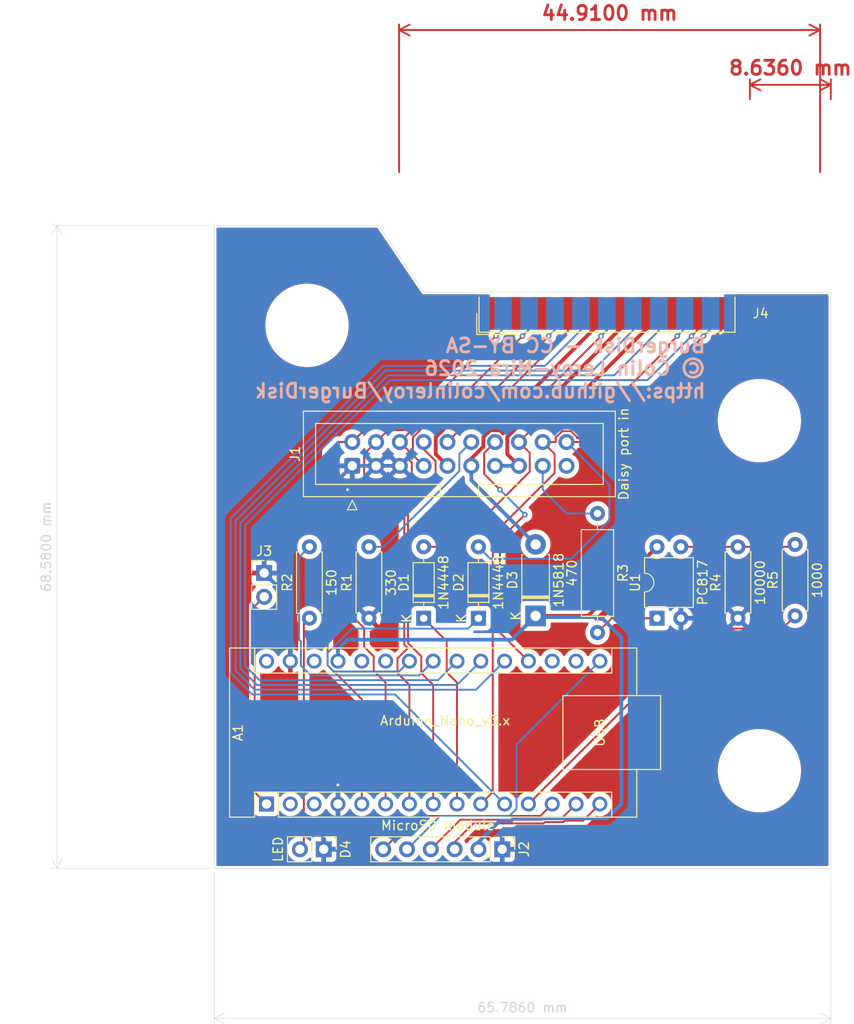
<source format=kicad_pcb>
(kicad_pcb (version 20241229) (generator "pcbnew") (generator_version "9.0")
  (layers (0 "F.Cu" signal) (2 "B.Cu" signal) (13 "F.Paste" user) (15 "B.Paste" user) (5 "F.SilkS" user "F.Silkscreen") (7 "B.SilkS" user "B.Silkscreen") (1 "F.Mask" user) (3 "B.Mask" user) (25 "Edge.Cuts" user))
  (net 0 "")
  (net 1 "TX")
  (net 2 "GND")
  (net 3 "PH0")
  (net 4 "PH1")
  (net 5 "PH2")
  (net 6 "PH3_in")
  (net 7 "RDDATA_in")
  (net 8 "WRDATA")
  (net 9 "PH3_out")
  (net 10 "DRV2_burgerDisk")
  (net 11 "CS")
  (net 12 "MOSI")
  (net 13 "MISO")
  (net 14 "SCK")
  (net 15 "DRV1_in")
  (net 16 "HDSEL_out")
  (net 17 "DRV1_out")
  (net 18 "DRV2_out")
  (net 19 "WRPROT_in")
  (net 20 "5V_burgerDisk")
  (net 21 "RDDATA_out")
  (net 22 "WRPROT_out")
  (net 23 "5V_apple2")
  (net 24 "EN3.5")
  (net 25 "-12V")
  (net 26 "+12V")
  (net 27 "DRV2_in")
  (net 28 "WREQ")
  (net 38 "Net-(R3-Pad2)")
  (net 39 "Net-(R4-Pad2)")
  (net 40 "HDSEL_in")
  (net 41 "Net-(D4-A)")
  (net 42 "Net-(A1-A4)")
  (footprint "DSUB-19-soldertype:DSUB-19_Female_EdgeMount_Pitch2.77mm" (layer "F.Cu") (at 140.716 52.578 180)
    (property "Reference" "J4" (at -16.393333 0 180) (layer "F.SilkS"))
    (property "Value" "Daisy port out")
    (pad "1" smd rect (at 12.47 0 180) (size 1.846667 3.48) (layers "F.Cu" "F.Mask" "F.Paste") (net 2 "GND"))
    (pad "2" smd rect (at 9.7 0 180) (size 1.846667 3.48) (layers "F.Cu" "F.Mask" "F.Paste") (net 2 "GND"))
    (pad "3" smd rect (at 6.93 0 180) (size 1.846667 3.48) (layers "F.Cu" "F.Mask" "F.Paste") (net 2 "GND"))
    (pad "4" smd rect (at 4.16 0 180) (size 1.846667 3.48) (layers "F.Cu" "F.Mask" "F.Paste") (net 24 "EN3.5"))
    (pad "5" smd rect (at 1.39 0 180) (size 1.846667 3.48) (layers "F.Cu" "F.Mask" "F.Paste") (net 25 "-12V"))
    (pad "6" smd rect (at -1.38 0 180) (size 1.846667 3.48) (layers "F.Cu" "F.Mask" "F.Paste") (net 23 "5V_apple2"))
    (pad "7" smd rect (at -4.15 0 180) (size 1.846667 3.48) (layers "F.Cu" "F.Mask" "F.Paste") (net 26 "+12V"))
    (pad "8" smd rect (at -6.92 0 180) (size 1.846667 3.48) (layers "F.Cu" "F.Mask" "F.Paste") (net 26 "+12V"))
    (pad "9" smd rect (at -9.69 0 180) (size 1.846667 3.48) (layers "F.Cu" "F.Mask" "F.Paste") (net 18 "DRV2_out"))
    (pad "10" smd rect (at -12.46 0 180) (size 1.846667 3.48) (layers "F.Cu" "F.Mask" "F.Paste") (net 22 "WRPROT_out"))
    (pad "11" smd rect (at 11.085 0 180) (size 1.846667 3.48) (layers "B.Cu" "B.Mask" "B.Paste") (net 3 "PH0"))
    (pad "12" smd rect (at 8.315 0 180) (size 1.846667 3.48) (layers "B.Cu" "B.Mask" "B.Paste") (net 4 "PH1"))
    (pad "13" smd rect (at 5.545 0 180) (size 1.846667 3.48) (layers "B.Cu" "B.Mask" "B.Paste") (net 5 "PH2"))
    (pad "14" smd rect (at 2.775 0 180) (size 1.846667 3.48) (layers "B.Cu" "B.Mask" "B.Paste") (net 9 "PH3_out"))
    (pad "15" smd rect (at 0.005 0 180) (size 1.846667 3.48) (layers "B.Cu" "B.Mask" "B.Paste") (net 28 "WREQ"))
    (pad "16" smd rect (at -2.765 0 180) (size 1.846667 3.48) (layers "B.Cu" "B.Mask" "B.Paste") (net 16 "HDSEL_out"))
    (pad "17" smd rect (at -5.535 0 180) (size 1.846667 3.48) (layers "B.Cu" "B.Mask" "B.Paste") (net 17 "DRV1_out"))
    (pad "18" smd rect (at -8.305 0 180) (size 1.846667 3.48) (layers "B.Cu" "B.Mask" "B.Paste") (net 21 "RDDATA_out"))
    (pad "19" smd rect (at -11.075 0 180) (size 1.846667 3.48) (layers "B.Cu" "B.Mask" "B.Paste") (net 8 "WRDATA"))
  )
  (footprint "Diode_THT:D_DO-41_SOD81_P7.62mm_Horizontal" (layer "F.Cu") (at 133.096 84.836 90)
    (property "Reference" "D3" (at 3.81 -2.47 90) (layer "F.SilkS"))
    (property "Value" "1N5818" (at 3.81 2.47 90) (layer "F.SilkS"))
    (fp_text user "K" (at 0 -2.1 90) (layer "F.SilkS"))
    (pad "1" thru_hole rect (at 0 0 90) (size 2.2 2.2) (drill 1.1) (layers "*.Cu" "*.Mask") (net 20 "5V_burgerDisk"))
    (pad "2" thru_hole oval (at 7.62 0 90) (size 2.2 2.2) (drill 1.1) (layers "*.Cu" "*.Mask") (net 23 "5V_apple2"))
  )
  (footprint "Package_DIP:DIP-4_W7.62mm" (layer "F.Cu") (at 146.05 85.09 90)
    (property "Reference" "U1" (at 3.81 -2.33 90) (layer "F.SilkS"))
    (property "Value" "PC817" (at 3.81 4.87 90) (layer "F.SilkS"))
    (pad "1" thru_hole rect (at 0 0 90) (size 1.6 1.6) (drill 0.8) (layers "*.Cu" "*.Mask") (net 38 "Net-(R3-Pad2)"))
    (pad "2" thru_hole oval (at 0 2.54 90) (size 1.6 1.6) (drill 0.8) (layers "*.Cu" "*.Mask") (net 2 "GND"))
    (pad "3" thru_hole oval (at 7.62 2.54 90) (size 1.6 1.6) (drill 0.8) (layers "*.Cu" "*.Mask") (net 39 "Net-(R4-Pad2)"))
    (pad "4" thru_hole oval (at 7.62 0 90) (size 1.6 1.6) (drill 0.8) (layers "*.Cu" "*.Mask") (net 20 "5V_burgerDisk"))
  )
  (footprint "Resistor_THT:R_Axial_DIN0207_L6.3mm_D2.5mm_P7.62mm_Horizontal" (layer "F.Cu") (at 115.316 85.09 90)
    (property "Reference" "R1" (at 3.81 -2.37 90) (layer "F.SilkS"))
    (property "Value" "330" (at 3.81 2.37 90) (layer "F.SilkS"))
    (pad "1" thru_hole circle (at 0 0 90) (size 1.6 1.6) (drill 0.8) (layers "*.Cu" "*.Mask") (net 2 "GND"))
    (pad "2" thru_hole oval (at 7.62 0 90) (size 1.6 1.6) (drill 0.8) (layers "*.Cu" "*.Mask") (net 40 "HDSEL_in"))
  )
  (footprint "Connector_PinHeader_2.54mm:PinHeader_1x02_P2.54mm_Vertical" (layer "F.Cu") (at 110.495 109.728 -90)
    (property "Reference" "D4" (at 0 -2.33 90) (layer "F.SilkS"))
    (property "Value" "LED" (at 0 4.87 90) (layer "F.SilkS"))
    (pad "1" thru_hole rect (at 0 0 270) (size 1.7 1.7) (drill 1) (layers "*.Cu" "*.Mask") (net 2 "GND"))
    (pad "2" thru_hole oval (at 0 2.54 270) (size 1.7 1.7) (drill 1) (layers "*.Cu" "*.Mask") (net 41 "Net-(D4-A)"))
  )
  (footprint "MountingHole:MountingHole_8.4mm_M8" (layer "F.Cu") (at 156.972 64.008)
    (property "Reference" "REF**")
    (property "Value" "MountingHole_8.4mm_M8")
    (pad "" np_thru_hole circle (at 0 0) (size 8.4 8.4) (drill 8.4) (layers "*.Cu" "*.Mask"))
  )
  (footprint "Connector_PinHeader_2.54mm:PinHeader_1x02_P2.54mm_Vertical" (layer "F.Cu") (at 104.14 80.264)
    (property "Reference" "J3" (at 0 -2.33 0) (layer "F.SilkS"))
    (property "Value" "UART")
    (pad "1" thru_hole rect (at 0 0) (size 1.7 1.7) (drill 1) (layers "*.Cu" "*.Mask") (net 2 "GND"))
    (pad "2" thru_hole oval (at 0 2.54) (size 1.7 1.7) (drill 1) (layers "*.Cu" "*.Mask") (net 1 "TX"))
  )
  (footprint "MountingHole:MountingHole_8.4mm_M8" (layer "F.Cu") (at 108.712 53.848)
    (property "Reference" "REF**")
    (property "Value" "MountingHole_8.4mm_M8")
    (pad "" np_thru_hole circle (at 0 0) (size 8.4 8.4) (drill 8.4) (layers "*.Cu" "*.Mask"))
  )
  (footprint "Resistor_THT:R_Axial_DIN0309_L9.0mm_D3.2mm_P12.70mm_Horizontal" (layer "F.Cu") (at 139.7 73.914 -90)
    (property "Reference" "R3" (at 6.35 -2.72 90) (layer "F.SilkS"))
    (property "Value" "470" (at 6.35 2.72 90) (layer "F.SilkS"))
    (pad "1" thru_hole circle (at 0 0 270) (size 1.6 1.6) (drill 0.8) (layers "*.Cu" "*.Mask") (net 27 "DRV2_in"))
    (pad "2" thru_hole oval (at 12.7 0 270) (size 1.6 1.6) (drill 0.8) (layers "*.Cu" "*.Mask") (net 38 "Net-(R3-Pad2)"))
  )
  (footprint "Resistor_THT:R_Axial_DIN0207_L6.3mm_D2.5mm_P7.62mm_Horizontal" (layer "F.Cu") (at 154.686 85.09 90)
    (property "Reference" "R4" (at 3.81 -2.37 90) (layer "F.SilkS"))
    (property "Value" "10000" (at 3.81 2.37 90) (layer "F.SilkS"))
    (pad "1" thru_hole circle (at 0 0 90) (size 1.6 1.6) (drill 0.8) (layers "*.Cu" "*.Mask") (net 2 "GND"))
    (pad "2" thru_hole oval (at 7.62 0 90) (size 1.6 1.6) (drill 0.8) (layers "*.Cu" "*.Mask") (net 39 "Net-(R4-Pad2)"))
  )
  (footprint "Module:Arduino_Nano" (layer "F.Cu") (at 104.394 104.902 90)
    (property "Reference" "A1" (at 7.62 -3.048 90) (layer "F.SilkS"))
    (property "Value" "Arduino_Nano_v3.x" (at 8.89 19.05 0) (layer "F.SilkS"))
    (fp_text user "USB" (at 7.62 35.56 90) (layer "F.SilkS"))
    (pad "1" thru_hole rect (at 0 0 90) (size 1.6 1.6) (drill 1) (layers "*.Cu" "*.Mask") (net 1 "TX"))
    (pad "2" thru_hole oval (at 0 2.54 90) (size 1.6 1.6) (drill 1) (layers "*.Cu" "*.Mask"))
    (pad "3" thru_hole oval (at 0 5.08 90) (size 1.6 1.6) (drill 1) (layers "*.Cu" "*.Mask"))
    (pad "4" thru_hole oval (at 0 7.62 90) (size 1.6 1.6) (drill 1) (layers "*.Cu" "*.Mask") (net 2 "GND"))
    (pad "5" thru_hole oval (at 0 10.16 90) (size 1.6 1.6) (drill 1) (layers "*.Cu" "*.Mask") (net 3 "PH0"))
    (pad "6" thru_hole oval (at 0 12.7 90) (size 1.6 1.6) (drill 1) (layers "*.Cu" "*.Mask") (net 4 "PH1"))
    (pad "7" thru_hole oval (at 0 15.24 90) (size 1.6 1.6) (drill 1) (layers "*.Cu" "*.Mask") (net 5 "PH2"))
    (pad "8" thru_hole oval (at 0 17.78 90) (size 1.6 1.6) (drill 1) (layers "*.Cu" "*.Mask") (net 6 "PH3_in"))
    (pad "9" thru_hole oval (at 0 20.32 90) (size 1.6 1.6) (drill 1) (layers "*.Cu" "*.Mask") (net 7 "RDDATA_in"))
    (pad "10" thru_hole oval (at 0 22.86 90) (size 1.6 1.6) (drill 1) (layers "*.Cu" "*.Mask") (net 8 "WRDATA"))
    (pad "11" thru_hole oval (at 0 25.4 90) (size 1.6 1.6) (drill 1) (layers "*.Cu" "*.Mask") (net 9 "PH3_out"))
    (pad "12" thru_hole oval (at 0 27.94 90) (size 1.6 1.6) (drill 1) (layers "*.Cu" "*.Mask") (net 10 "DRV2_burgerDisk"))
    (pad "13" thru_hole oval (at 0 30.48 90) (size 1.6 1.6) (drill 1) (layers "*.Cu" "*.Mask") (net 11 "CS"))
    (pad "14" thru_hole oval (at 0 33.02 90) (size 1.6 1.6) (drill 1) (layers "*.Cu" "*.Mask") (net 12 "MOSI"))
    (pad "15" thru_hole oval (at 0 35.56 90) (size 1.6 1.6) (drill 1) (layers "*.Cu" "*.Mask") (net 13 "MISO"))
    (pad "16" thru_hole oval (at 15.24 35.56 90) (size 1.6 1.6) (drill 1) (layers "*.Cu" "*.Mask") (net 14 "SCK"))
    (pad "17" thru_hole oval (at 15.24 33.02 90) (size 1.6 1.6) (drill 1) (layers "*.Cu" "*.Mask"))
    (pad "18" thru_hole oval (at 15.24 30.48 90) (size 1.6 1.6) (drill 1) (layers "*.Cu" "*.Mask"))
    (pad "19" thru_hole oval (at 15.24 27.94 90) (size 1.6 1.6) (drill 1) (layers "*.Cu" "*.Mask") (net 15 "DRV1_in"))
    (pad "20" thru_hole oval (at 15.24 25.4 90) (size 1.6 1.6) (drill 1) (layers "*.Cu" "*.Mask") (net 16 "HDSEL_out"))
    (pad "21" thru_hole oval (at 15.24 22.86 90) (size 1.6 1.6) (drill 1) (layers "*.Cu" "*.Mask") (net 17 "DRV1_out"))
    (pad "22" thru_hole oval (at 15.24 20.32 90) (size 1.6 1.6) (drill 1) (layers "*.Cu" "*.Mask") (net 18 "DRV2_out"))
    (pad "23" thru_hole oval (at 15.24 17.78 90) (size 1.6 1.6) (drill 1) (layers "*.Cu" "*.Mask") (net 42 "Net-(A1-A4)"))
    (pad "24" thru_hole oval (at 15.24 15.24 90) (size 1.6 1.6) (drill 1) (layers "*.Cu" "*.Mask") (net 19 "WRPROT_in"))
    (pad "25" thru_hole oval (at 15.24 12.7 90) (size 1.6 1.6) (drill 1) (layers "*.Cu" "*.Mask"))
    (pad "26" thru_hole oval (at 15.24 10.16 90) (size 1.6 1.6) (drill 1) (layers "*.Cu" "*.Mask"))
    (pad "27" thru_hole oval (at 15.24 7.62 90) (size 1.6 1.6) (drill 1) (layers "*.Cu" "*.Mask") (net 20 "5V_burgerDisk"))
    (pad "28" thru_hole oval (at 15.24 5.08 90) (size 1.6 1.6) (drill 1) (layers "*.Cu" "*.Mask"))
    (pad "29" thru_hole oval (at 15.24 2.54 90) (size 1.6 1.6) (drill 1) (layers "*.Cu" "*.Mask") (net 2 "GND"))
    (pad "30" thru_hole oval (at 15.24 0 90) (size 1.6 1.6) (drill 1) (layers "*.Cu" "*.Mask"))
  )
  (footprint "Connector_IDC:IDC-Header_2x10_P2.54mm_Vertical" (layer "F.Cu") (at 113.538 68.834 90)
    (property "Reference" "J1" (at 1.27 -6.1 90) (layer "F.SilkS"))
    (property "Value" "Daisy port in" (at 1.27 28.96 90) (layer "F.SilkS"))
    (pad "1" thru_hole roundrect (at 0 0 90) (size 1.7 1.7) (drill 1) (layers "*.Cu" "*.Mask") (roundrect_rratio 0.1470588235) (net 2 "GND"))
    (pad "2" thru_hole circle (at 2.54 0 90) (size 1.7 1.7) (drill 1) (layers "*.Cu" "*.Mask") (net 3 "PH0"))
    (pad "3" thru_hole circle (at 0 2.54 90) (size 1.7 1.7) (drill 1) (layers "*.Cu" "*.Mask") (net 2 "GND"))
    (pad "4" thru_hole circle (at 2.54 2.54 90) (size 1.7 1.7) (drill 1) (layers "*.Cu" "*.Mask") (net 4 "PH1"))
    (pad "5" thru_hole circle (at 0 5.08 90) (size 1.7 1.7) (drill 1) (layers "*.Cu" "*.Mask") (net 2 "GND"))
    (pad "6" thru_hole circle (at 2.54 5.08 90) (size 1.7 1.7) (drill 1) (layers "*.Cu" "*.Mask") (net 5 "PH2"))
    (pad "7" thru_hole circle (at 0 7.62 90) (size 1.7 1.7) (drill 1) (layers "*.Cu" "*.Mask") (net 24 "EN3.5"))
    (pad "8" thru_hole circle (at 2.54 7.62 90) (size 1.7 1.7) (drill 1) (layers "*.Cu" "*.Mask") (net 6 "PH3_in"))
    (pad "9" thru_hole circle (at 0 10.16 90) (size 1.7 1.7) (drill 1) (layers "*.Cu" "*.Mask") (net 25 "-12V"))
    (pad "10" thru_hole circle (at 2.54 10.16 90) (size 1.7 1.7) (drill 1) (layers "*.Cu" "*.Mask") (net 28 "WREQ"))
    (pad "11" thru_hole circle (at 0 12.7 90) (size 1.7 1.7) (drill 1) (layers "*.Cu" "*.Mask") (net 23 "5V_apple2"))
    (pad "12" thru_hole circle (at 2.54 12.7 90) (size 1.7 1.7) (drill 1) (layers "*.Cu" "*.Mask") (net 40 "HDSEL_in"))
    (pad "13" thru_hole circle (at 0 15.24 90) (size 1.7 1.7) (drill 1) (layers "*.Cu" "*.Mask") (net 26 "+12V"))
    (pad "14" thru_hole circle (at 2.54 15.24 90) (size 1.7 1.7) (drill 1) (layers "*.Cu" "*.Mask") (net 15 "DRV1_in"))
    (pad "15" thru_hole circle (at 0 17.78 90) (size 1.7 1.7) (drill 1) (layers "*.Cu" "*.Mask") (net 26 "+12V"))
    (pad "16" thru_hole circle (at 2.54 17.78 90) (size 1.7 1.7) (drill 1) (layers "*.Cu" "*.Mask") (net 21 "RDDATA_out"))
    (pad "17" thru_hole circle (at 0 20.32 90) (size 1.7 1.7) (drill 1) (layers "*.Cu" "*.Mask") (net 27 "DRV2_in"))
    (pad "18" thru_hole circle (at 2.54 20.32 90) (size 1.7 1.7) (drill 1) (layers "*.Cu" "*.Mask") (net 8 "WRDATA"))
    (pad "19" thru_hole circle (at 0 22.86 90) (size 1.7 1.7) (drill 1) (layers "*.Cu" "*.Mask"))
    (pad "20" thru_hole circle (at 2.54 22.86 90) (size 1.7 1.7) (drill 1) (layers "*.Cu" "*.Mask") (net 22 "WRPROT_out"))
  )
  (footprint "Connector_PinHeader_2.54mm:PinHeader_1x06_P2.54mm_Vertical" (layer "F.Cu") (at 129.54 109.728 -90)
    (property "Reference" "J2" (at 0 -2.33 270) (layer "F.SilkS"))
    (property "Value" "MicroSD module" (at -2.54 6.858 0) (layer "F.SilkS"))
    (pad "1" thru_hole rect (at 0 0 270) (size 1.7 1.7) (drill 1) (layers "*.Cu" "*.Mask") (net 2 "GND"))
    (pad "2" thru_hole oval (at 0 2.54 270) (size 1.7 1.7) (drill 1) (layers "*.Cu" "*.Mask") (net 20 "5V_burgerDisk"))
    (pad "3" thru_hole oval (at 0 5.08 270) (size 1.7 1.7) (drill 1) (layers "*.Cu" "*.Mask") (net 13 "MISO"))
    (pad "4" thru_hole oval (at 0 7.62 270) (size 1.7 1.7) (drill 1) (layers "*.Cu" "*.Mask") (net 12 "MOSI"))
    (pad "5" thru_hole oval (at 0 10.16 270) (size 1.7 1.7) (drill 1) (layers "*.Cu" "*.Mask") (net 14 "SCK"))
    (pad "6" thru_hole oval (at 0 12.7 270) (size 1.7 1.7) (drill 1) (layers "*.Cu" "*.Mask") (net 11 "CS"))
  )
  (footprint "Diode_THT:D_DO-35_SOD27_P7.62mm_Horizontal" (layer "F.Cu") (at 127 85.09 90)
    (property "Reference" "D2" (at 3.81 -2.12 90) (layer "F.SilkS"))
    (property "Value" "1N4448" (at 3.81 2.12 90) (layer "F.SilkS"))
    (fp_text user "K" (at 0 -1.8 90) (layer "F.SilkS"))
    (pad "1" thru_hole rect (at 0 0 90) (size 1.6 1.6) (drill 0.8) (layers "*.Cu" "*.Mask") (net 19 "WRPROT_in"))
    (pad "2" thru_hole oval (at 7.62 0 90) (size 1.6 1.6) (drill 0.8) (layers "*.Cu" "*.Mask") (net 22 "WRPROT_out"))
  )
  (footprint "Resistor_THT:R_Axial_DIN0207_L6.3mm_D2.5mm_P7.62mm_Horizontal" (layer "F.Cu") (at 108.966 85.09 90)
    (property "Reference" "R2" (at 3.81 -2.37 90) (layer "F.SilkS"))
    (property "Value" "150" (at 3.81 2.37 90) (layer "F.SilkS"))
    (pad "1" thru_hole circle (at 0 0 90) (size 1.6 1.6) (drill 0.8) (layers "*.Cu" "*.Mask") (net 41 "Net-(D4-A)"))
    (pad "2" thru_hole oval (at 7.62 0 90) (size 1.6 1.6) (drill 0.8) (layers "*.Cu" "*.Mask") (net 42 "Net-(A1-A4)"))
  )
  (footprint "MountingHole:MountingHole_8.4mm_M8" (layer "F.Cu") (at 156.972 101.346)
    (property "Reference" "REF**")
    (property "Value" "MountingHole_8.4mm_M8")
    (pad "" np_thru_hole circle (at 0 0) (size 8.4 8.4) (drill 8.4) (layers "*.Cu" "*.Mask"))
  )
  (footprint "Resistor_THT:R_Axial_DIN0207_L6.3mm_D2.5mm_P7.62mm_Horizontal" (layer "F.Cu") (at 160.782 84.836 90)
    (property "Reference" "R5" (at 3.81 -2.37 90) (layer "F.SilkS"))
    (property "Value" "1000" (at 3.81 2.37 90) (layer "F.SilkS"))
    (pad "1" thru_hole circle (at 0 0 90) (size 1.6 1.6) (drill 0.8) (layers "*.Cu" "*.Mask") (net 10 "DRV2_burgerDisk"))
    (pad "2" thru_hole oval (at 7.62 0 90) (size 1.6 1.6) (drill 0.8) (layers "*.Cu" "*.Mask") (net 39 "Net-(R4-Pad2)"))
  )
  (footprint "Diode_THT:D_DO-35_SOD27_P7.62mm_Horizontal" (layer "F.Cu") (at 121.158 85.09 90)
    (property "Reference" "D1" (at 3.81 -2.12 90) (layer "F.SilkS"))
    (property "Value" "1N4448" (at 3.81 2.12 90) (layer "F.SilkS"))
    (fp_text user "K" (at 0 -1.8 90) (layer "F.SilkS"))
    (pad "1" thru_hole rect (at 0 0 90) (size 1.6 1.6) (drill 0.8) (layers "*.Cu" "*.Mask") (net 7 "RDDATA_in"))
    (pad "2" thru_hole oval (at 7.62 0 90) (size 1.6 1.6) (drill 0.8) (layers "*.Cu" "*.Mask") (net 21 "RDDATA_out"))
  )
  (gr_poly (pts (xy 98.806 43.18) (xy 116.332 43.18) (xy 121.158 50.292) (xy 164.592 50.292) (xy 164.592 111.76) (xy 98.806 111.76)) (stroke (width 0.05)) (fill no) (layer "Edge.Cuts"))
  (gr_text "BurgerDisk - CC BY-SA\n© Colin Leroy-Mira 2026\nhttps://github.com/colinleroy/BurgerDisk" (at 151.384 61.722 0) (layer "B.SilkS") (effects (font (size 1.5 1.5) (thickness 0.3) (bold yes)) (justify left bottom mirror)))
  (dimension (type aligned) (layer "F.Cu") (pts (xy 118.534 38) (xy 163.444 38)) (height -15.648) (format (prefix "") (suffix "") (units 3) (units_format 1) (precision 4)) (style (thickness 0.2) (arrow_length 1.27) (text_position_mode 0) (arrow_direction outward) (extension_height 0.58642) (extension_offset 0.5) (keep_text_aligned yes)) (gr_text "44,9100 mm" (at 140.989 20.552 0) (layer "F.Cu") (effects (font (size 1.5 1.5) (thickness 0.3)))))
  (dimension (type aligned) (layer "F.Cu") (pts (xy 155.956 30.226) (xy 164.592 30.226)) (height -2.032) (format (prefix "") (suffix "") (units 3) (units_format 1) (precision 4)) (style (thickness 0.2) (arrow_length 1.27) (text_position_mode 0) (arrow_direction outward) (extension_height 0.58642) (extension_offset 0.5) (keep_text_aligned yes)) (gr_text "8,6360 mm" (at 160.274 26.394 0) (layer "F.Cu") (effects (font (size 1.5 1.5) (thickness 0.3)))))
  (dimension (type orthogonal) (layer "Edge.Cuts") (pts (xy 98.806 111.76) (xy 164.592 111.76)) (height 16.002) (orientation 0) (format (prefix "") (suffix "") (units 3) (units_format 1) (precision 4)) (style (thickness 0.05) (arrow_length 1.27) (text_position_mode 0) (arrow_direction outward) (extension_height 0.58642) (extension_offset 0.5) (keep_text_aligned yes)) (gr_text "65,7860 mm" (at 131.699 126.612 0) (layer "Edge.Cuts") (effects (font (size 1 1) (thickness 0.15)))))
  (dimension (type orthogonal) (layer "Edge.Cuts") (pts (xy 98.806 111.76) (xy 98.806 43.18)) (height -16.764) (orientation 1) (format (prefix "") (suffix "") (units 3) (units_format 1) (precision 4)) (style (thickness 0.05) (arrow_length 1.27) (text_position_mode 0) (arrow_direction outward) (extension_height 0.58642) (extension_offset 0.5) (keep_text_aligned yes)) (gr_text "68,5800 mm" (at 80.892 77.47 90) (layer "Edge.Cuts") (effects (font (size 1 1) (thickness 0.15)))))
  (segment (start 103.124 103.632) (end 104.394 104.902) (width 0.2) (layer "F.Cu") (net 1))
  (segment (start 103.124 83.82) (end 103.124 103.632) (width 0.2) (layer "F.Cu") (net 1))
  (segment (start 104.14 82.804) (end 103.124 83.82) (width 0.2) (layer "F.Cu") (net 1))
  (segment (start 128.246 52.578) (end 131.016 52.578) (width 0.4) (layer "F.Cu") (net 2))
  (segment (start 131.016 52.578) (end 133.786 52.578) (width 0.4) (layer "F.Cu") (net 2))
  (via (at 113.03 71.374) (size 0.6) (drill 0.3) (layers "F.Cu" "B.Cu") (net 2))
  (via (at 112.014 102.87) (size 0.6) (drill 0.3) (layers "F.Cu" "B.Cu") (net 2))
  (segment (start 113.538 68.834) (end 104.14 78.232) (width 0.4) (layer "B.Cu") (net 2))
  (segment (start 116.078 68.834) (end 113.538 68.834) (width 0.4) (layer "B.Cu") (net 2))
  (segment (start 104.14 78.232) (end 104.14 80.264) (width 0.4) (layer "B.Cu") (net 2))
  (segment (start 118.618 68.834) (end 116.078 68.834) (width 0.4) (layer "B.Cu") (net 2))
  (segment (start 106.934 83.058) (end 106.934 89.662) (width 0.4) (layer "B.Cu") (net 2))
  (segment (start 104.14 80.264) (end 106.934 83.058) (width 0.4) (layer "B.Cu") (net 2))
  (segment (start 117.0349 64.77) (end 115.062 64.77) (width 0.2) (layer "F.Cu") (net 3))
  (segment (start 121.706 62.19) (end 121.5878 62.19) (width 0.2) (layer "F.Cu") (net 3))
  (segment (start 114.554 93.726) (end 111.591 90.763) (width 0.2) (layer "F.Cu") (net 3))
  (segment (start 114.554 104.902) (end 114.554 93.726) (width 0.2) (layer "F.Cu") (net 3))
  (segment (start 119.1548 64.623) (end 117.1819 64.623) (width 0.2) (layer "F.Cu") (net 3))
  (segment (start 117.1819 64.623) (end 117.0349 64.77) (width 0.2) (layer "F.Cu") (net 3))
  (segment (start 115.062 64.77) (end 113.538 66.294) (width 0.2) (layer "F.Cu") (net 3))
  (segment (start 111.55795 90.763) (end 110.913 90.11805) (width 0.2) (layer "F.Cu") (net 3))
  (segment (start 112.014 66.294) (end 113.538 66.294) (width 0.2) (layer "F.Cu") (net 3))
  (segment (start 110.913 67.395) (end 112.014 66.294) (width 0.2) (layer "F.Cu") (net 3))
  (segment (start 110.913 90.11805) (end 110.913 67.395) (width 0.2) (layer "F.Cu") (net 3))
  (segment (start 121.5878 62.19) (end 119.1548 64.623) (width 0.2) (layer "F.Cu") (net 3))
  (segment (start 127.297265 56.55547) (end 127.297265 56.598735) (width 0.2) (layer "F.Cu") (net 3))
  (segment (start 128.883367 54.969367) (end 127.297265 56.55547) (width 0.2) (layer "F.Cu") (net 3))
  (segment (start 111.591 90.763) (end 111.55795 90.763) (width 0.2) (layer "F.Cu") (net 3))
  (segment (start 127.297265 56.598735) (end 121.706 62.19) (width 0.2) (layer "F.Cu") (net 3))
  (via (at 128.883367 54.969367) (size 0.6) (drill 0.3) (layers "F.Cu" "B.Cu") (net 3))
  (segment (start 128.883367 54.969367) (end 129.631 54.221735) (width 0.2) (layer "B.Cu") (net 3))
  (segment (start 129.631 54.221735) (end 129.631 52.578) (width 0.2) (layer "B.Cu") (net 3))
  (segment (start 117.348 65.024) (end 116.078 66.294) (width 0.2) (layer "F.Cu") (net 4))
  (segment (start 121.7539 62.591) (end 119.3209 65.024) (width 0.2) (layer "F.Cu") (net 4))
  (segment (start 114.808 67.564) (end 116.078 66.294) (width 0.2) (layer "F.Cu") (net 4))
  (segment (start 119.3209 65.024) (end 117.348 65.024) (width 0.2) (layer "F.Cu") (net 4))
  (segment (start 117.094 104.902) (end 117.094 91.948) (width 0.2) (layer "F.Cu") (net 4))
  (segment (start 131.699 54.991) (end 124.099 62.591) (width 0.2) (layer "F.Cu") (net 4))
  (segment (start 117.094 91.948) (end 115.824 90.678) (width 0.2) (layer "F.Cu") (net 4))
  (segment (start 114.808 72.898) (end 114.808 67.564) (width 0.2) (layer "F.Cu") (net 4))
  (segment (start 115.824 90.678) (end 115.824 89.154) (width 0.2) (layer "F.Cu") (net 4))
  (segment (start 113.792 73.914) (end 114.808 72.898) (width 0.2) (layer "F.Cu") (net 4))
  (segment (start 113.792 85.12305) (end 113.792 73.914) (width 0.2) (layer "F.Cu") (net 4))
  (segment (start 114.808 88.138) (end 114.808 86.13905) (width 0.2) (layer "F.Cu") (net 4))
  (segment (start 114.808 86.13905) (end 113.792 85.12305) (width 0.2) (layer "F.Cu") (net 4))
  (segment (start 115.824 89.154) (end 114.808 88.138) (width 0.2) (layer "F.Cu") (net 4))
  (segment (start 124.099 62.591) (end 121.7539 62.591) (width 0.2) (layer "F.Cu") (net 4))
  (via (at 131.699 54.991) (size 0.6) (drill 0.3) (layers "F.Cu" "B.Cu") (net 4))
  (segment (start 131.699 54.991) (end 132.401 54.289) (width 0.2) (layer "B.Cu") (net 4))
  (segment (start 132.401 54.289) (end 132.401 52.578) (width 0.2) (layer "B.Cu") (net 4))
  (segment (start 119.460925 88.278025) (end 119.086 87.9031) (width 0.2) (layer "F.Cu") (net 5))
  (segment (start 119.888 68.47624) (end 119.634 68.22224) (width 0.2) (layer "F.Cu") (net 5))
  (segment (start 119.086 87.9031) (end 119.086 72.6249) (width 0.2) (layer "F.Cu") (net 5))
  (segment (start 119.086 72.6249) (end 119.888 71.8229) (width 0.2) (layer "F.Cu") (net 5))
  (segment (start 118.364 90.932) (end 118.364 89.37495) (width 0.2) (layer "F.Cu") (net 5))
  (segment (start 126.492 62.992) (end 121.92 62.992) (width 0.2) (layer "F.Cu") (net 5))
  (segment (start 134.493 54.991) (end 126.492 62.992) (width 0.2) (layer "F.Cu") (net 5))
  (segment (start 119.634 104.902) (end 119.634 92.202) (width 0.2) (layer "F.Cu") (net 5))
  (segment (start 119.634 92.202) (end 118.364 90.932) (width 0.2) (layer "F.Cu") (net 5))
  (segment (start 119.634 68.22224) (end 119.634 67.8771) (width 0.2) (layer "F.Cu") (net 5))
  (segment (start 118.364 89.37495) (end 119.460925 88.278025) (width 0.2) (layer "F.Cu") (net 5))
  (segment (start 119.888 71.8229) (end 119.888 68.47624) (width 0.2) (layer "F.Cu") (net 5))
  (segment (start 119.634 67.8771) (end 119.606 67.8491) (width 0.2) (layer "F.Cu") (net 5))
  (segment (start 121.92 62.992) (end 118.618 66.294) (width 0.2) (layer "F.Cu") (net 5))
  (segment (start 119.606 67.282) (end 118.618 66.294) (width 0.2) (layer "F.Cu") (net 5))
  (segment (start 119.606 67.8491) (end 119.606 67.282) (width 0.2) (layer "F.Cu") (net 5))
  (via (at 134.493 54.991) (size 0.6) (drill 0.3) (layers "F.Cu" "B.Cu") (net 5))
  (segment (start 135.171 54.313) (end 135.171 52.578) (width 0.2) (layer "B.Cu") (net 5))
  (segment (start 134.493 54.991) (end 135.171 54.313) (width 0.2) (layer "B.Cu") (net 5))
  (segment (start 119.487 87.737) (end 119.487 72.791) (width 0.2) (layer "F.Cu") (net 6))
  (segment (start 122.174 104.902) (end 122.174 92.202) (width 0.2) (layer "F.Cu") (net 6))
  (segment (start 121.158 67.056) (end 121.158 66.294) (width 0.2) (layer "F.Cu") (net 6))
  (segment (start 122.174 92.202) (end 120.904 90.932) (width 0.2) (layer "F.Cu") (net 6))
  (segment (start 122.428 68.326) (end 121.158 67.056) (width 0.2) (layer "F.Cu") (net 6))
  (segment (start 120.904 90.932) (end 120.904 89.154) (width 0.2) (layer "F.Cu") (net 6))
  (segment (start 119.487 72.791) (end 122.428 69.85) (width 0.2) (layer "F.Cu") (net 6))
  (segment (start 122.428 69.85) (end 122.428 68.326) (width 0.2) (layer "F.Cu") (net 6))
  (segment (start 120.904 89.154) (end 119.487 87.737) (width 0.2) (layer "F.Cu") (net 6))
  (segment (start 123.613 90.847) (end 123.613 87.545) (width 0.2) (layer "F.Cu") (net 7))
  (segment (start 124.714 104.902) (end 124.714 91.948) (width 0.2) (layer "F.Cu") (net 7))
  (segment (start 124.714 91.948) (end 123.613 90.847) (width 0.2) (layer "F.Cu") (net 7))
  (segment (start 123.613 87.545) (end 121.158 85.09) (width 0.2) (layer "F.Cu") (net 7))
  (segment (start 128.524 76.2) (end 135.128 69.596) (width 0.2) (layer "F.Cu") (net 8))
  (segment (start 136.87476 65.143) (end 135.92124 65.143) (width 0.2) (layer "F.Cu") (net 8))
  (segment (start 135.247 66.294) (end 133.858 66.294) (width 0.2) (layer "F.Cu") (net 8))
  (segment (start 127.254 104.902) (end 128.524 103.632) (width 0.2) (layer "F.Cu") (net 8))
  (segment (start 151.003 54.991) (end 140.101 65.893) (width 0.2) (layer "F.Cu") (net 8))
  (segment (start 128.524 103.632) (end 128.524 76.2) (width 0.2) (layer "F.Cu") (net 8))
  (segment (start 137.549 65.893) (end 137.549 65.81724) (width 0.2) (layer "F.Cu") (net 8))
  (segment (start 137.549 65.81724) (end 136.87476 65.143) (width 0.2) (layer "F.Cu") (net 8))
  (segment (start 135.92124 65.143) (end 135.247 65.81724) (width 0.2) (layer "F.Cu") (net 8))
  (segment (start 135.128 69.596) (end 135.128 67.564) (width 0.2) (layer "F.Cu") (net 8))
  (segment (start 135.128 67.564) (end 133.858 66.294) (width 0.2) (layer "F.Cu") (net 8))
  (segment (start 135.247 65.81724) (end 135.247 66.294) (width 0.2) (layer "F.Cu") (net 8))
  (segment (start 140.101 65.893) (end 137.549 65.893) (width 0.2) (layer "F.Cu") (net 8))
  (via (at 151.003 54.991) (size 0.6) (drill 0.3) (layers "F.Cu" "B.Cu") (net 8))
  (segment (start 151.791 54.203) (end 151.791 52.578) (width 0.2) (layer "B.Cu") (net 8))
  (segment (start 151.003 54.991) (end 151.791 54.203) (width 0.2) (layer "B.Cu") (net 8))
  (segment (start 137.941 52.578) (end 137.941 54.337) (width 0.2) (layer "B.Cu") (net 9))
  (segment (start 118.11 93.218) (end 129.794 104.902) (width 0.2) (layer "B.Cu") (net 9))
  (segment (start 102.87 93.218) (end 118.11 93.218) (width 0.2) (layer "B.Cu") (net 9))
  (segment (start 100.584 90.932) (end 102.87 93.218) (width 0.2) (layer "B.Cu") (net 9))
  (segment (start 134.112 58.166) (end 116.84 58.166) (width 0.2) (layer "B.Cu") (net 9))
  (segment (start 137.941 54.337) (end 134.112 58.166) (width 0.2) (layer "B.Cu") (net 9))
  (segment (start 116.84 58.166) (end 100.584 74.422) (width 0.2) (layer "B.Cu") (net 9))
  (segment (start 100.584 74.422) (end 100.584 90.932) (width 0.2) (layer "B.Cu") (net 9))
  (segment (start 151.045 86.191) (end 159.427 86.191) (width 0.2) (layer "F.Cu") (net 10))
  (segment (start 159.427 86.191) (end 160.782 84.836) (width 0.2) (layer "F.Cu") (net 10))
  (segment (start 132.334 104.902) (end 151.045 86.191) (width 0.2) (layer "F.Cu") (net 10))
  (segment (start 120.396 106.172) (end 133.604 106.172) (width 0.2) (layer "F.Cu") (net 11))
  (segment (start 133.604 106.172) (end 134.874 104.902) (width 0.2) (layer "F.Cu") (net 11))
  (segment (start 116.84 109.728) (end 120.396 106.172) (width 0.2) (layer "F.Cu") (net 11))
  (segment (start 133.7701 106.573) (end 133.9171 106.426) (width 0.2) (layer "F.Cu") (net 12))
  (segment (start 125.075 106.573) (end 133.7701 106.573) (width 0.2) (layer "F.Cu") (net 12))
  (segment (start 121.92 109.728) (end 125.075 106.573) (width 0.2) (layer "F.Cu") (net 12))
  (segment (start 135.89 106.426) (end 137.414 104.902) (width 0.2) (layer "F.Cu") (net 12))
  (segment (start 133.9171 106.426) (end 135.89 106.426) (width 0.2) (layer "F.Cu") (net 12))
  (segment (start 124.46 108.966) (end 126.452 106.974) (width 0.2) (layer "F.Cu") (net 13))
  (segment (start 133.9362 106.974) (end 134.0832 106.827) (width 0.2) (layer "F.Cu") (net 13))
  (segment (start 136.2031 106.68) (end 138.176 106.68) (width 0.2) (layer "F.Cu") (net 13))
  (segment (start 124.46 109.728) (end 124.46 108.966) (width 0.2) (layer "F.Cu") (net 13))
  (segment (start 136.0561 106.827) (end 136.2031 106.68) (width 0.2) (layer "F.Cu") (net 13))
  (segment (start 126.452 106.974) (end 133.9362 106.974) (width 0.2) (layer "F.Cu") (net 13))
  (segment (start 134.0832 106.827) (end 136.0561 106.827) (width 0.2) (layer "F.Cu") (net 13))
  (segment (start 138.176 106.68) (end 139.954 104.902) (width 0.2) (layer "F.Cu") (net 13))
  (segment (start 139.954 89.662) (end 131.064 98.552) (width 0.2) (layer "B.Cu") (net 14))
  (segment (start 131.064 98.552) (end 131.064 105.418263) (width 0.2) (layer "B.Cu") (net 14))
  (segment (start 130.310263 106.172) (end 122.936 106.172) (width 0.2) (layer "B.Cu") (net 14))
  (segment (start 131.064 105.418263) (end 130.310263 106.172) (width 0.2) (layer "B.Cu") (net 14))
  (segment (start 122.936 106.172) (end 119.38 109.728) (width 0.2) (layer "B.Cu") (net 14))
  (segment (start 129.286 71.374) (end 127.60545 69.69345) (width 0.2) (layer "F.Cu") (net 15))
  (segment (start 129.286 86.614) (end 132.334 89.662) (width 0.2) (layer "F.Cu") (net 15))
  (segment (start 127.60545 67.46655) (end 128.778 66.294) (width 0.2) (layer "F.Cu") (net 15))
  (segment (start 129.286 76.708) (end 129.286 86.614) (width 0.2) (layer "F.Cu") (net 15))
  (segment (start 127.60545 69.69345) (end 127.60545 67.46655) (width 0.2) (layer "F.Cu") (net 15))
  (segment (start 131.953 74.041) (end 129.286 76.708) (width 0.2) (layer "F.Cu") (net 15))
  (via (at 129.286 71.374) (size 0.6) (drill 0.3) (layers "F.Cu" "B.Cu") (net 15))
  (via (at 131.953 74.041) (size 0.6) (drill 0.3) (layers "F.Cu" "B.Cu") (net 15))
  (segment (start 129.286 71.374) (end 131.953 74.041) (width 0.2) (layer "B.Cu") (net 15))
  (segment (start 101.092 90.678) (end 101.092 74.676) (width 0.2) (layer "B.Cu") (net 16))
  (segment (start 126.746 92.71) (end 103.124 92.71) (width 0.2) (layer "B.Cu") (net 16))
  (segment (start 103.124 92.71) (end 101.092 90.678) (width 0.2) (layer "B.Cu") (net 16))
  (segment (start 143.481 54.385) (end 143.481 52.578) (width 0.2) (layer "B.Cu") (net 16))
  (segment (start 139.192 58.674) (end 143.481 54.385) (width 0.2) (layer "B.Cu") (net 16))
  (segment (start 129.794 89.662) (end 126.746 92.71) (width 0.2) (layer "B.Cu") (net 16))
  (segment (start 101.092 74.676) (end 117.094 58.674) (width 0.2) (layer "B.Cu") (net 16))
  (segment (start 117.094 58.674) (end 139.192 58.674) (width 0.2) (layer "B.Cu") (net 16))
  (segment (start 127.254 89.662) (end 124.714 92.202) (width 0.2) (layer "B.Cu") (net 17))
  (segment (start 146.251 54.409) (end 146.251 52.578) (width 0.2) (layer "B.Cu") (net 17))
  (segment (start 124.714 92.202) (end 103.378 92.202) (width 0.2) (layer "B.Cu") (net 17))
  (segment (start 141.478 59.182) (end 146.251 54.409) (width 0.2) (layer "B.Cu") (net 17))
  (segment (start 103.378 92.202) (end 101.6 90.424) (width 0.2) (layer "B.Cu") (net 17))
  (segment (start 101.6 74.93) (end 117.348 59.182) (width 0.2) (layer "B.Cu") (net 17))
  (segment (start 101.6 90.424) (end 101.6 74.93) (width 0.2) (layer "B.Cu") (net 17))
  (segment (start 117.348 59.182) (end 141.478 59.182) (width 0.2) (layer "B.Cu") (net 17))
  (segment (start 150.406 54.318) (end 150.406 52.578) (width 0.2) (layer "F.Cu") (net 18))
  (segment (start 149.733 54.991) (end 150.406 54.318) (width 0.2) (layer "F.Cu") (net 18))
  (via (at 149.733 54.991) (size 0.6) (drill 0.3) (layers "F.Cu" "B.Cu") (net 18))
  (segment (start 117.602 59.69) (end 102.108 75.184) (width 0.2) (layer "B.Cu") (net 18))
  (segment (start 102.108 90.17) (end 103.632 91.694) (width 0.2) (layer "B.Cu") (net 18))
  (segment (start 145.034 59.69) (end 117.602 59.69) (width 0.2) (layer "B.Cu") (net 18))
  (segment (start 103.632 91.694) (end 122.682 91.694) (width 0.2) (layer "B.Cu") (net 18))
  (segment (start 122.682 91.694) (end 124.714 89.662) (width 0.2) (layer "B.Cu") (net 18))
  (segment (start 102.108 75.184) (end 102.108 90.17) (width 0.2) (layer "B.Cu") (net 18))
  (segment (start 149.733 54.991) (end 145.034 59.69) (width 0.2) (layer "B.Cu") (net 18))
  (segment (start 118.533 90.763) (end 111.55795 90.763) (width 0.2) (layer "B.Cu") (net 19))
  (segment (start 111.55795 90.763) (end 110.913 90.11805) (width 0.2) (layer "B.Cu") (net 19))
  (segment (start 119.634 89.662) (end 118.533 90.763) (width 0.2) (layer "B.Cu") (net 19))
  (segment (start 125.899 86.191) (end 127 85.09) (width 0.2) (layer "B.Cu") (net 19))
  (segment (start 113.50648 86.191) (end 125.899 86.191) (width 0.2) (layer "B.Cu") (net 19))
  (segment (start 110.913 88.78448) (end 113.50648 86.191) (width 0.2) (layer "B.Cu") (net 19))
  (segment (start 110.913 90.11805) (end 110.913 88.78448) (width 0.2) (layer "B.Cu") (net 19))
  (segment (start 138.684 84.836) (end 146.05 77.47) (width 0.4) (layer "F.Cu") (net 20))
  (segment (start 133.096 84.836) (end 138.684 84.836) (width 0.4) (layer "F.Cu") (net 20))
  (segment (start 130.764783 106.426) (end 140.716 106.426) (width 0.4) (layer "B.Cu") (net 20))
  (segment (start 113.03 87.376) (end 130.556 87.376) (width 0.4) (layer "B.Cu") (net 20))
  (segment (start 133.223 84.963) (end 133.096 84.836) (width 0.4) (layer "B.Cu") (net 20))
  (segment (start 130.517784 106.673) (end 130.764783 106.426) (width 0.4) (layer "B.Cu") (net 20))
  (segment (start 129.293 106.673) (end 130.517784 106.673) (width 0.4) (layer "B.Cu") (net 20))
  (segment (start 140.716 106.426) (end 142.24 104.902) (width 0.4) (layer "B.Cu") (net 20))
  (segment (start 142.24 104.902) (end 142.24 87.122) (width 0.4) (layer "B.Cu") (net 20))
  (segment (start 140.081 84.963) (end 133.223 84.963) (width 0.4) (layer "B.Cu") (net 20))
  (segment (start 127 109.728) (end 127 108.966) (width 0.4) (layer "B.Cu") (net 20))
  (segment (start 142.24 87.122) (end 140.081 84.963) (width 0.4) (layer "B.Cu") (net 20))
  (segment (start 112.014 88.392) (end 113.03 87.376) (width 0.4) (layer "B.Cu") (net 20))
  (segment (start 127 108.966) (end 129.293 106.673) (width 0.4) (layer "B.Cu") (net 20))
  (segment (start 130.556 87.376) (end 133.096 84.836) (width 0.4) (layer "B.Cu") (net 20))
  (segment (start 112.014 89.662) (end 112.014 88.392) (width 0.4) (layer "B.Cu") (net 20))
  (segment (start 147.32 56.134) (end 138.684 64.77) (width 0.2) (layer "F.Cu") (net 21))
  (segment (start 138.684 64.77) (end 137.06886 64.77) (width 0.2) (layer "F.Cu") (net 21))
  (segment (start 132.469 69.461) (end 124.46 77.47) (width 0.2) (layer "F.Cu") (net 21))
  (segment (start 147.32 55.88) (end 147.32 56.134) (width 0.2) (layer "F.Cu") (net 21))
  (segment (start 132.469 67.445) (end 132.469 69.461) (width 0.2) (layer "F.Cu") (net 21))
  (segment (start 135.72714 64.77) (end 132.842 64.77) (width 0.2) (layer "F.Cu") (net 21))
  (segment (start 135.75514 64.742) (end 135.72714 64.77) (width 0.2) (layer "F.Cu") (net 21))
  (segment (start 137.04086 64.742) (end 135.75514 64.742) (width 0.2) (layer "F.Cu") (net 21))
  (segment (start 124.46 77.47) (end 121.158 77.47) (width 0.2) (layer "F.Cu") (net 21))
  (segment (start 137.06886 64.77) (end 137.04086 64.742) (width 0.2) (layer "F.Cu") (net 21))
  (segment (start 148.209 54.991) (end 147.32 55.88) (width 0.2) (layer "F.Cu") (net 21))
  (segment (start 131.318 66.294) (end 132.469 67.445) (width 0.2) (layer "F.Cu") (net 21))
  (segment (start 132.842 64.77) (end 131.318 66.294) (width 0.2) (layer "F.Cu") (net 21))
  (via (at 148.209 54.991) (size 0.6) (drill 0.3) (layers "F.Cu" "B.Cu") (net 21))
  (segment (start 149.021 54.179) (end 149.021 52.578) (width 0.2) (layer "B.Cu") (net 21))
  (segment (start 148.209 54.991) (end 149.021 54.179) (width 0.2) (layer "B.Cu") (net 21))
  (segment (start 153.176 52.578) (end 153.176 54.088) (width 0.2) (layer "F.Cu") (net 22))
  (segment (start 140.97 66.294) (end 136.398 66.294) (width 0.2) (layer "F.Cu") (net 22))
  (segment (start 153.176 54.088) (end 140.97 66.294) (width 0.2) (layer "F.Cu") (net 22))
  (segment (start 140.97 70.866) (end 136.398 66.294) (width 0.2) (layer "B.Cu") (net 22))
  (segment (start 128.27 78.74) (end 136.906 78.74) (width 0.2) (layer "B.Cu") (net 22))
  (segment (start 127 77.47) (end 128.27 78.74) (width 0.2) (layer "B.Cu") (net 22))
  (segment (start 136.906 78.74) (end 140.97 74.676) (width 0.2) (layer "B.Cu") (net 22))
  (segment (start 140.97 74.676) (end 140.97 70.866) (width 0.2) (layer "B.Cu") (net 22))
  (segment (start 126.756182 67.553818) (end 126.756182 67.545) (width 0.4) (layer "F.Cu") (net 23))
  (segment (start 127.527 66.812182) (end 127.527 65.775818) (width 0.4) (layer "F.Cu") (net 23))
  (segment (start 127.489 66.812182) (end 127.527 66.812182) (width 0.4) (layer "F.Cu") (net 23))
  (segment (start 129.296182 65.043) (end 129.623029 65.369847) (width 0.4) (layer "F.Cu") (net 23))
  (segment (start 133.524876 61.468) (end 134.874 61.468) (width 0.4) (layer "F.Cu") (net 23))
  (segment (start 127.527 65.775818) (end 128.259818 65.043) (width 0.4) (layer "F.Cu") (net 23))
  (segment (start 128.259818 65.043) (end 129.296182 65.043) (width 0.4) (layer "F.Cu") (net 23))
  (segment (start 126.238 68.834) (end 126.238 68.072) (width 0.4) (layer "F.Cu") (net 23))
  (segment (start 129.623029 65.369847) (end 133.524876 61.468) (width 0.4) (layer "F.Cu") (net 23))
  (segment (start 126.238 68.072) (end 126.756182 67.553818) (width 0.4) (layer "F.Cu") (net 23))
  (segment (start 134.874 61.468) (end 142.096 54.246) (width 0.4) (layer "F.Cu") (net 23))
  (segment (start 142.096 54.246) (end 142.096 52.578) (width 0.4) (layer "F.Cu") (net 23))
  (segment (start 126.756182 67.545) (end 127.489 66.812182) (width 0.4) (layer "F.Cu") (net 23))
  (segment (start 126.238 68.834) (end 126.238 70.358) (width 0.4) (layer "B.Cu") (net 23))
  (segment (start 126.238 70.358) (end 133.096 77.216) (width 0.4) (layer "B.Cu") (net 23))
  (segment (start 121.158 68.834) (end 120.007 67.683) (width 0.2) (layer "F.Cu") (net 24))
  (segment (start 122.301 63.5) (end 127.508 63.5) (width 0.2) (layer "F.Cu") (net 24))
  (segment (start 136.556 54.452) (end 136.556 52.578) (width 0.2) (layer "F.Cu") (net 24))
  (segment (start 120.007 65.794) (end 122.301 63.5) (width 0.2) (layer "F.Cu") (net 24))
  (segment (start 127.508 63.5) (end 136.556 54.452) (width 0.2) (layer "F.Cu") (net 24))
  (segment (start 120.007 67.683) (end 120.007 65.794) (width 0.2) (layer "F.Cu") (net 24))
  (segment (start 129.54 64.008) (end 139.326 54.222) (width 0.4) (layer "F.Cu") (net 25))
  (segment (start 123.698 68.834) (end 122.447 67.583) (width 0.4) (layer "F.Cu") (net 25))
  (segment (start 124.214818 64.008) (end 129.54 64.008) (width 0.4) (layer "F.Cu") (net 25))
  (segment (start 122.447 65.775818) (end 124.214818 64.008) (width 0.4) (layer "F.Cu") (net 25))
  (segment (start 122.447 67.583) (end 122.447 65.775818) (width 0.4) (layer "F.Cu") (net 25))
  (segment (start 139.326 54.222) (end 139.326 52.578) (width 0.4) (layer "F.Cu") (net 25))
  (segment (start 131.318 68.834) (end 130.067 67.583) (width 0.4) (layer "F.Cu") (net 26))
  (segment (start 133.612818 62.23) (end 136.906 62.23) (width 0.4) (layer "F.Cu") (net 26))
  (segment (start 130.067 67.583) (end 130.067 65.775818) (width 0.4) (layer "F.Cu") (net 26))
  (segment (start 144.866 54.27) (end 144.866 52.578) (width 0.4) (layer "F.Cu") (net 26))
  (segment (start 130.067 65.775818) (end 133.612818 62.23) (width 0.4) (layer "F.Cu") (net 26))
  (segment (start 136.906 62.23) (end 144.866 54.27) (width 0.4) (layer "F.Cu") (net 26))
  (segment (start 144.866 52.578) (end 147.636 52.578) (width 0.4) (layer "F.Cu") (net 26))
  (segment (start 128.778 68.834) (end 131.318 68.834) (width 0.4) (layer "B.Cu") (net 26))
  (segment (start 133.858 68.834) (end 133.858 71.374) (width 0.2) (layer "B.Cu") (net 27))
  (segment (start 136.398 73.914) (end 139.7 73.914) (width 0.2) (layer "B.Cu") (net 27))
  (segment (start 133.858 71.374) (end 136.398 73.914) (width 0.2) (layer "B.Cu") (net 27))
  (segment (start 125.222 64.77) (end 123.698 66.294) (width 0.2) (layer "F.Cu") (net 28))
  (segment (start 134.112 60.96) (end 133.324356 60.96) (width 0.2) (layer "F.Cu") (net 28))
  (segment (start 129.623029 64.661327) (end 129.503702 64.542) (width 0.2) (layer "F.Cu") (net 28))
  (segment (start 128.052298 64.542) (end 127.824297 64.77) (width 0.2) (layer "F.Cu") (net 28))
  (segment (start 133.324356 60.96) (end 129.623029 64.661327) (width 0.2) (layer "F.Cu") (net 28))
  (segment (start 129.503702 64.542) (end 128.052298 64.542) (width 0.2) (layer "F.Cu") (net 28))
  (segment (start 140.081 54.991) (end 134.112 60.96) (width 0.2) (layer "F.Cu") (net 28))
  (segment (start 127.824297 64.77) (end 125.222 64.77) (width 0.2) (layer "F.Cu") (net 28))
  (via (at 140.081 54.991) (size 0.6) (drill 0.3) (layers "F.Cu" "B.Cu") (net 28))
  (segment (start 140.711 54.361) (end 140.711 52.578) (width 0.2) (layer "B.Cu") (net 28))
  (segment (start 140.081 54.991) (end 140.711 54.361) (width 0.2) (layer "B.Cu") (net 28))
  (segment (start 141.224 85.09) (end 146.05 85.09) (width 0.2) (layer "F.Cu") (net 38))
  (segment (start 139.7 86.614) (end 141.224 85.09) (width 0.2) (layer "F.Cu") (net 38))
  (segment (start 160.528 77.47) (end 160.782 77.216) (width 0.2) (layer "F.Cu") (net 39))
  (segment (start 154.686 77.47) (end 160.528 77.47) (width 0.2) (layer "F.Cu") (net 39))
  (segment (start 148.59 77.47) (end 154.686 77.47) (width 0.2) (layer "F.Cu") (net 39))
  (segment (start 126.238 66.294) (end 124.968 67.564) (width 0.2) (layer "B.Cu") (net 40))
  (segment (start 124.968 69.39388) (end 116.89188 77.47) (width 0.2) (layer "B.Cu") (net 40))
  (segment (start 116.89188 77.47) (end 115.316 77.47) (width 0.2) (layer "B.Cu") (net 40))
  (segment (start 124.968 67.564) (end 124.968 69.39388) (width 0.2) (layer "B.Cu") (net 40))
  (segment (start 108.373 85.683) (end 108.966 85.09) (width 0.2) (layer "F.Cu") (net 41))
  (segment (start 107.955 109.728) (end 108.373 109.31) (width 0.2) (layer "F.Cu") (net 41))
  (segment (start 108.373 109.31) (end 108.373 85.683) (width 0.2) (layer "F.Cu") (net 41))
  (segment (start 107.865 78.571) (end 108.966 77.47) (width 0.2) (layer "B.Cu") (net 42))
  (segment (start 108.060475 90.143525) (end 108.060475 87.552575) (width 0.2) (layer "B.Cu") (net 42))
  (segment (start 109.10295 91.186) (end 108.060475 90.143525) (width 0.2) (layer "B.Cu") (net 42))
  (segment (start 120.65 91.186) (end 109.10295 91.186) (width 0.2) (layer "B.Cu") (net 42))
  (segment (start 108.060475 87.552575) (end 107.865 87.3571) (width 0.2) (layer "B.Cu") (net 42))
  (segment (start 122.174 89.662) (end 120.65 91.186) (width 0.2) (layer "B.Cu") (net 42))
  (segment (start 107.865 87.3571) (end 107.865 78.571) (width 0.2) (layer "B.Cu") (net 42))
  (zone (net 2) (net_name "GND") (layers "F.Cu" "B.Cu") (connect_pads (clearance 0.5)) (min_thickness 0.25) (fill yes (thermal_gap 0.5) (thermal_bridge_width 0.5))
    (polygon (pts (xy 98.806 43.18) (xy 116.332 43.18) (xy 121.158 50.292) (xy 164.592 50.292) (xy 164.592 111.76) (xy 98.806 111.76)))
  )
)
</source>
